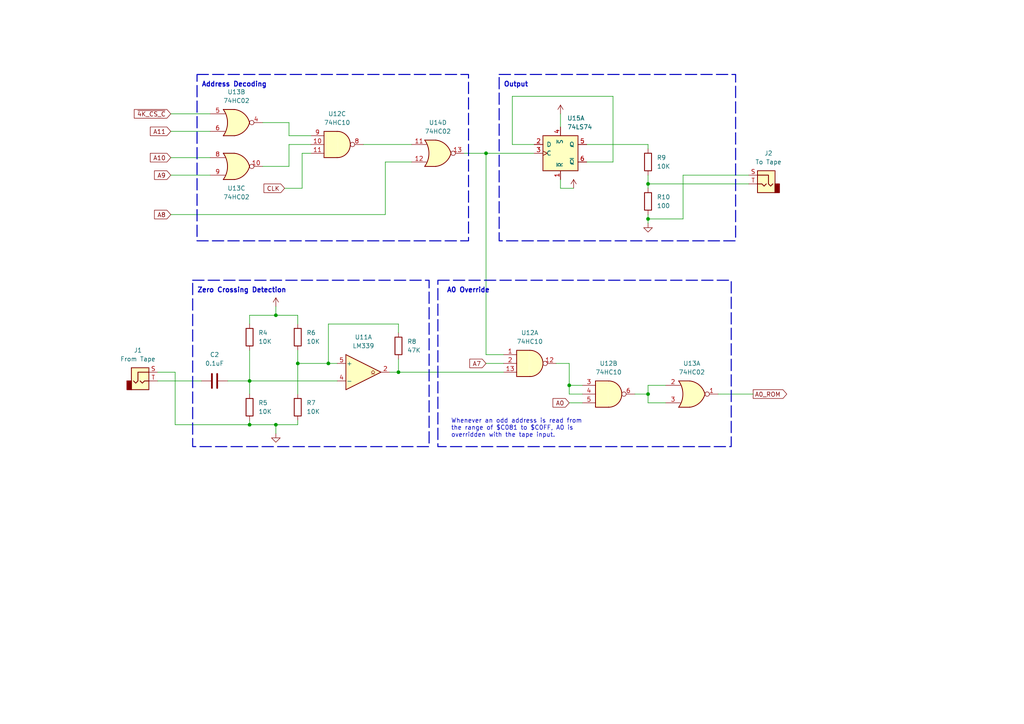
<source format=kicad_sch>
(kicad_sch (version 20230121) (generator eeschema)
  (paper "A4")
  (title_block (title "Apple 1 Cassette Interface"))
  (lib_symbols
    (symbol "74xx:74HC02" (pin_names (offset 1.016))
      (property "Reference" "U" (at 0 1.27 0))
      (property "Value" "74HC02" (at 0 -1.27 0))
      (symbol "74HC02_1_1"
        (arc (start -3.81 -3.81) (mid -2.589 0) (end -3.81 3.81) (stroke (width 0.254)))
        (arc (start -0.6096 -3.81) (mid 2.1842 -2.5851) (end 3.81 0) (stroke (width 0.254)) (fill (type background)))
        (polyline (pts (xy -3.81 -3.81) (xy -0.635 -3.81)) (stroke (width 0.254)) (fill (type background)))
        (polyline (pts (xy -3.81 3.81) (xy -0.635 3.81)) (stroke (width 0.254)) (fill (type background)))
        (polyline (pts (xy -0.635 3.81) (xy -3.81 3.81) (xy -3.81 3.81) (xy -3.556 3.4036) (xy -3.0226 2.2606) (xy -2.6924 1.0414) (xy -2.6162 -0.254) (xy -2.7686 -1.4986) (xy -3.175 -2.7178) (xy -3.81 -3.81) (xy -3.81 -3.81) (xy -0.635 -3.81)) (stroke (width -25.4)) (fill (type background)))
        (arc (start 3.81 0) (mid 2.1915 2.5936) (end -0.6096 3.81) (stroke (width 0.254)) (fill (type background)))
        (pin output inverted (at 7.62 0 180) (length 3.81) (name "~") (number "1"))
        (pin input line (at -7.62 2.54 0) (length 4.318) (name "~") (number "2"))
        (pin input line (at -7.62 -2.54 0) (length 4.318) (name "~") (number "3"))
      )
      (symbol "74HC02_1_2"
        (arc (start 0 -3.81) (mid 3.7934 0) (end 0 3.81) (stroke (width 0.254)) (fill (type background)))
        (polyline (pts (xy 0 3.81) (xy -3.81 3.81) (xy -3.81 -3.81) (xy 0 -3.81)) (stroke (width 0.254)) (fill (type background)))
        (pin output line (at 7.62 0 180) (length 3.81) (name "~") (number "1"))
        (pin input inverted (at -7.62 2.54 0) (length 3.81) (name "~") (number "2"))
        (pin input inverted (at -7.62 -2.54 0) (length 3.81) (name "~") (number "3"))
      )
      (symbol "74HC02_2_1"
        (arc (start -3.81 -3.81) (mid -2.589 0) (end -3.81 3.81) (stroke (width 0.254)))
        (arc (start -0.6096 -3.81) (mid 2.1842 -2.5851) (end 3.81 0) (stroke (width 0.254)) (fill (type background)))
        (polyline (pts (xy -3.81 -3.81) (xy -0.635 -3.81)) (stroke (width 0.254)) (fill (type background)))
        (polyline (pts (xy -3.81 3.81) (xy -0.635 3.81)) (stroke (width 0.254)) (fill (type background)))
        (polyline (pts (xy -0.635 3.81) (xy -3.81 3.81) (xy -3.81 3.81) (xy -3.556 3.4036) (xy -3.0226 2.2606) (xy -2.6924 1.0414) (xy -2.6162 -0.254) (xy -2.7686 -1.4986) (xy -3.175 -2.7178) (xy -3.81 -3.81) (xy -3.81 -3.81) (xy -0.635 -3.81)) (stroke (width -25.4)) (fill (type background)))
        (arc (start 3.81 0) (mid 2.1915 2.5936) (end -0.6096 3.81) (stroke (width 0.254)) (fill (type background)))
        (pin output inverted (at 7.62 0 180) (length 3.81) (name "~") (number "4"))
        (pin input line (at -7.62 2.54 0) (length 4.318) (name "~") (number "5"))
        (pin input line (at -7.62 -2.54 0) (length 4.318) (name "~") (number "6"))
      )
      (symbol "74HC02_2_2"
        (arc (start 0 -3.81) (mid 3.7934 0) (end 0 3.81) (stroke (width 0.254)) (fill (type background)))
        (polyline (pts (xy 0 3.81) (xy -3.81 3.81) (xy -3.81 -3.81) (xy 0 -3.81)) (stroke (width 0.254)) (fill (type background)))
        (pin output line (at 7.62 0 180) (length 3.81) (name "~") (number "4"))
        (pin input inverted (at -7.62 2.54 0) (length 3.81) (name "~") (number "5"))
        (pin input inverted (at -7.62 -2.54 0) (length 3.81) (name "~") (number "6"))
      )
      (symbol "74HC02_3_1"
        (arc (start -3.81 -3.81) (mid -2.589 0) (end -3.81 3.81) (stroke (width 0.254)))
        (arc (start -0.6096 -3.81) (mid 2.1842 -2.5851) (end 3.81 0) (stroke (width 0.254)) (fill (type background)))
        (polyline (pts (xy -3.81 -3.81) (xy -0.635 -3.81)) (stroke (width 0.254)) (fill (type background)))
        (polyline (pts (xy -3.81 3.81) (xy -0.635 3.81)) (stroke (width 0.254)) (fill (type background)))
        (polyline (pts (xy -0.635 3.81) (xy -3.81 3.81) (xy -3.81 3.81) (xy -3.556 3.4036) (xy -3.0226 2.2606) (xy -2.6924 1.0414) (xy -2.6162 -0.254) (xy -2.7686 -1.4986) (xy -3.175 -2.7178) (xy -3.81 -3.81) (xy -3.81 -3.81) (xy -0.635 -3.81)) (stroke (width -25.4)) (fill (type background)))
        (arc (start 3.81 0) (mid 2.1915 2.5936) (end -0.6096 3.81) (stroke (width 0.254)) (fill (type background)))
        (pin output inverted (at 7.62 0 180) (length 3.81) (name "~") (number "10"))
        (pin input line (at -7.62 2.54 0) (length 4.318) (name "~") (number "8"))
        (pin input line (at -7.62 -2.54 0) (length 4.318) (name "~") (number "9"))
      )
      (symbol "74HC02_3_2"
        (arc (start 0 -3.81) (mid 3.7934 0) (end 0 3.81) (stroke (width 0.254)) (fill (type background)))
        (polyline (pts (xy 0 3.81) (xy -3.81 3.81) (xy -3.81 -3.81) (xy 0 -3.81)) (stroke (width 0.254)) (fill (type background)))
        (pin output line (at 7.62 0 180) (length 3.81) (name "~") (number "10"))
        (pin input inverted (at -7.62 2.54 0) (length 3.81) (name "~") (number "8"))
        (pin input inverted (at -7.62 -2.54 0) (length 3.81) (name "~") (number "9"))
      )
      (symbol "74HC02_4_1"
        (arc (start -3.81 -3.81) (mid -2.589 0) (end -3.81 3.81) (stroke (width 0.254)))
        (arc (start -0.6096 -3.81) (mid 2.1842 -2.5851) (end 3.81 0) (stroke (width 0.254)) (fill (type background)))
        (polyline (pts (xy -3.81 -3.81) (xy -0.635 -3.81)) (stroke (width 0.254)) (fill (type background)))
        (polyline (pts (xy -3.81 3.81) (xy -0.635 3.81)) (stroke (width 0.254)) (fill (type background)))
        (polyline (pts (xy -0.635 3.81) (xy -3.81 3.81) (xy -3.81 3.81) (xy -3.556 3.4036) (xy -3.0226 2.2606) (xy -2.6924 1.0414) (xy -2.6162 -0.254) (xy -2.7686 -1.4986) (xy -3.175 -2.7178) (xy -3.81 -3.81) (xy -3.81 -3.81) (xy -0.635 -3.81)) (stroke (width -25.4)) (fill (type background)))
        (arc (start 3.81 0) (mid 2.1915 2.5936) (end -0.6096 3.81) (stroke (width 0.254)) (fill (type background)))
        (pin input line (at -7.62 2.54 0) (length 4.318) (name "~") (number "11"))
        (pin input line (at -7.62 -2.54 0) (length 4.318) (name "~") (number "12"))
        (pin output inverted (at 7.62 0 180) (length 3.81) (name "~") (number "13"))
      )
      (symbol "74HC02_4_2"
        (arc (start 0 -3.81) (mid 3.7934 0) (end 0 3.81) (stroke (width 0.254)) (fill (type background)))
        (polyline (pts (xy 0 3.81) (xy -3.81 3.81) (xy -3.81 -3.81) (xy 0 -3.81)) (stroke (width 0.254)) (fill (type background)))
        (pin input inverted (at -7.62 2.54 0) (length 3.81) (name "~") (number "11"))
        (pin input inverted (at -7.62 -2.54 0) (length 3.81) (name "~") (number "12"))
        (pin output line (at 7.62 0 180) (length 3.81) (name "~") (number "13"))
      )
      (symbol "74HC02_5_0"
        (pin power_in line (at 0 12.7 270) (length 5.08) (name "VCC") (number "14"))
        (pin power_in line (at 0 -12.7 90) (length 5.08) (name "GND") (number "7"))
      )
      (symbol "74HC02_5_1"
        (rectangle (start -5.08 7.62) (end 5.08 -7.62) (stroke (width 0.254)) (fill (type background)))
      )
    )
    (symbol "74xx:74LS10" (pin_names (offset 1.016))
      (property "Reference" "U" (at 0 1.27 0))
      (property "Value" "74LS10" (at 0 -1.27 0))
      (symbol "74LS10_1_1"
        (arc (start 0 -3.81) (mid 3.7934 0) (end 0 3.81) (stroke (width 0.254)) (fill (type background)))
        (polyline (pts (xy 0 3.81) (xy -3.81 3.81) (xy -3.81 -3.81) (xy 0 -3.81)) (stroke (width 0.254)) (fill (type background)))
        (pin input line (at -7.62 2.54 0) (length 3.81) (name "~") (number "1"))
        (pin output inverted (at 7.62 0 180) (length 3.81) (name "~") (number "12"))
        (pin input line (at -7.62 -2.54 0) (length 3.81) (name "~") (number "13"))
        (pin input line (at -7.62 0 0) (length 3.81) (name "~") (number "2"))
      )
      (symbol "74LS10_1_2"
        (arc (start -3.81 -3.81) (mid -2.589 0) (end -3.81 3.81) (stroke (width 0.254)))
        (arc (start -0.6096 -3.81) (mid 2.1842 -2.5851) (end 3.81 0) (stroke (width 0.254)) (fill (type background)))
        (polyline (pts (xy -3.81 -3.81) (xy -0.635 -3.81)) (stroke (width 0.254)) (fill (type background)))
        (polyline (pts (xy -3.81 3.81) (xy -0.635 3.81)) (stroke (width 0.254)) (fill (type background)))
        (polyline (pts (xy -0.635 3.81) (xy -3.81 3.81) (xy -3.81 3.81) (xy -3.556 3.4036) (xy -3.0226 2.2606) (xy -2.6924 1.0414) (xy -2.6162 -0.254) (xy -2.7686 -1.4986) (xy -3.175 -2.7178) (xy -3.81 -3.81) (xy -3.81 -3.81) (xy -0.635 -3.81)) (stroke (width -25.4)) (fill (type background)))
        (arc (start 3.81 0) (mid 2.1915 2.5936) (end -0.6096 3.81) (stroke (width 0.254)) (fill (type background)))
        (pin input inverted (at -7.62 2.54 0) (length 4.318) (name "~") (number "1"))
        (pin output line (at 7.62 0 180) (length 3.81) (name "~") (number "12"))
        (pin input inverted (at -7.62 -2.54 0) (length 4.318) (name "~") (number "13"))
        (pin input inverted (at -7.62 0 0) (length 4.953) (name "~") (number "2"))
      )
      (symbol "74LS10_2_1"
        (arc (start 0 -3.81) (mid 3.7934 0) (end 0 3.81) (stroke (width 0.254)) (fill (type background)))
        (polyline (pts (xy 0 3.81) (xy -3.81 3.81) (xy -3.81 -3.81) (xy 0 -3.81)) (stroke (width 0.254)) (fill (type background)))
        (pin input line (at -7.62 2.54 0) (length 3.81) (name "~") (number "3"))
        (pin input line (at -7.62 0 0) (length 3.81) (name "~") (number "4"))
        (pin input line (at -7.62 -2.54 0) (length 3.81) (name "~") (number "5"))
        (pin output inverted (at 7.62 0 180) (length 3.81) (name "~") (number "6"))
      )
      (symbol "74LS10_2_2"
        (arc (start -3.81 -3.81) (mid -2.589 0) (end -3.81 3.81) (stroke (width 0.254)))
        (arc (start -0.6096 -3.81) (mid 2.1842 -2.5851) (end 3.81 0) (stroke (width 0.254)) (fill (type background)))
        (polyline (pts (xy -3.81 -3.81) (xy -0.635 -3.81)) (stroke (width 0.254)) (fill (type background)))
        (polyline (pts (xy -3.81 3.81) (xy -0.635 3.81)) (stroke (width 0.254)) (fill (type background)))
        (polyline (pts (xy -0.635 3.81) (xy -3.81 3.81) (xy -3.81 3.81) (xy -3.556 3.4036) (xy -3.0226 2.2606) (xy -2.6924 1.0414) (xy -2.6162 -0.254) (xy -2.7686 -1.4986) (xy -3.175 -2.7178) (xy -3.81 -3.81) (xy -3.81 -3.81) (xy -0.635 -3.81)) (stroke (width -25.4)) (fill (type background)))
        (arc (start 3.81 0) (mid 2.1915 2.5936) (end -0.6096 3.81) (stroke (width 0.254)) (fill (type background)))
        (pin input inverted (at -7.62 2.54 0) (length 4.318) (name "~") (number "3"))
        (pin input inverted (at -7.62 0 0) (length 4.953) (name "~") (number "4"))
        (pin input inverted (at -7.62 -2.54 0) (length 4.318) (name "~") (number "5"))
        (pin output line (at 7.62 0 180) (length 3.81) (name "~") (number "6"))
      )
      (symbol "74LS10_3_1"
        (arc (start 0 -3.81) (mid 3.7934 0) (end 0 3.81) (stroke (width 0.254)) (fill (type background)))
        (polyline (pts (xy 0 3.81) (xy -3.81 3.81) (xy -3.81 -3.81) (xy 0 -3.81)) (stroke (width 0.254)) (fill (type background)))
        (pin input line (at -7.62 0 0) (length 3.81) (name "~") (number "10"))
        (pin input line (at -7.62 -2.54 0) (length 3.81) (name "~") (number "11"))
        (pin output inverted (at 7.62 0 180) (length 3.81) (name "~") (number "8"))
        (pin input line (at -7.62 2.54 0) (length 3.81) (name "~") (number "9"))
      )
      (symbol "74LS10_3_2"
        (arc (start -3.81 -3.81) (mid -2.589 0) (end -3.81 3.81) (stroke (width 0.254)))
        (arc (start -0.6096 -3.81) (mid 2.1842 -2.5851) (end 3.81 0) (stroke (width 0.254)) (fill (type background)))
        (polyline (pts (xy -3.81 -3.81) (xy -0.635 -3.81)) (stroke (width 0.254)) (fill (type background)))
        (polyline (pts (xy -3.81 3.81) (xy -0.635 3.81)) (stroke (width 0.254)) (fill (type background)))
        (polyline (pts (xy -0.635 3.81) (xy -3.81 3.81) (xy -3.81 3.81) (xy -3.556 3.4036) (xy -3.0226 2.2606) (xy -2.6924 1.0414) (xy -2.6162 -0.254) (xy -2.7686 -1.4986) (xy -3.175 -2.7178) (xy -3.81 -3.81) (xy -3.81 -3.81) (xy -0.635 -3.81)) (stroke (width -25.4)) (fill (type background)))
        (arc (start 3.81 0) (mid 2.1915 2.5936) (end -0.6096 3.81) (stroke (width 0.254)) (fill (type background)))
        (pin input inverted (at -7.62 0 0) (length 4.953) (name "~") (number "10"))
        (pin input inverted (at -7.62 -2.54 0) (length 4.318) (name "~") (number "11"))
        (pin output line (at 7.62 0 180) (length 3.81) (name "~") (number "8"))
        (pin input inverted (at -7.62 2.54 0) (length 4.318) (name "~") (number "9"))
      )
      (symbol "74LS10_4_0"
        (pin power_in line (at 0 12.7 270) (length 5.08) (name "VCC") (number "14"))
        (pin power_in line (at 0 -12.7 90) (length 5.08) (name "GND") (number "7"))
      )
      (symbol "74LS10_4_1"
        (rectangle (start -5.08 7.62) (end 5.08 -7.62) (stroke (width 0.254)) (fill (type background)))
      )
    )
    (symbol "74xx:74LS74" (pin_names (offset 1.016))
      (property "Reference" "U" (at -7.62 8.89 0))
      (property "Value" "74LS74" (at -7.62 -8.89 0))
      (symbol "74LS74_1_0"
        (pin input line (at 0 -7.62 90) (length 2.54) (name "~{R}") (number "1"))
        (pin input line (at -7.62 2.54 0) (length 2.54) (name "D") (number "2"))
        (pin input clock (at -7.62 0 0) (length 2.54) (name "C") (number "3"))
        (pin input line (at 0 7.62 270) (length 2.54) (name "~{S}") (number "4"))
        (pin output line (at 7.62 2.54 180) (length 2.54) (name "Q") (number "5"))
        (pin output line (at 7.62 -2.54 180) (length 2.54) (name "~{Q}") (number "6"))
      )
      (symbol "74LS74_1_1"
        (rectangle (start -5.08 5.08) (end 5.08 -5.08) (stroke (width 0.254)) (fill (type background)))
      )
      (symbol "74LS74_2_0"
        (pin input line (at 0 7.62 270) (length 2.54) (name "~{S}") (number "10"))
        (pin input clock (at -7.62 0 0) (length 2.54) (name "C") (number "11"))
        (pin input line (at -7.62 2.54 0) (length 2.54) (name "D") (number "12"))
        (pin input line (at 0 -7.62 90) (length 2.54) (name "~{R}") (number "13"))
        (pin output line (at 7.62 -2.54 180) (length 2.54) (name "~{Q}") (number "8"))
        (pin output line (at 7.62 2.54 180) (length 2.54) (name "Q") (number "9"))
      )
      (symbol "74LS74_2_1"
        (rectangle (start -5.08 5.08) (end 5.08 -5.08) (stroke (width 0.254)) (fill (type background)))
      )
      (symbol "74LS74_3_0"
        (pin power_in line (at 0 10.16 270) (length 2.54) (name "VCC") (number "14"))
        (pin power_in line (at 0 -10.16 90) (length 2.54) (name "GND") (number "7"))
      )
      (symbol "74LS74_3_1"
        (rectangle (start -5.08 7.62) (end 5.08 -7.62) (stroke (width 0.254)) (fill (type background)))
      )
    )
    (symbol "Comparator:LM339" (pin_names (offset 0.127))
      (property "Reference" "U" (at 0 5.08 0))
      (property "Value" "LM339" (at 0 -5.08 0))
      (symbol "LM339_1_1"
        (polyline (pts (xy -5.08 5.08) (xy 5.08 0) (xy -5.08 -5.08) (xy -5.08 5.08)) (stroke (width 0.254)) (fill (type background)))
        (polyline (pts (xy 3.302 -0.508) (xy 2.794 -0.508) (xy 3.302 0) (xy 2.794 0.508) (xy 2.286 0) (xy 2.794 -0.508) (xy 2.286 -0.508)) (stroke (width 0.127)))
        (pin open_collector line (at 7.62 0 180) (length 2.54) (name "~") (number "2"))
        (pin input line (at -7.62 -2.54 0) (length 2.54) (name "-") (number "4"))
        (pin input line (at -7.62 2.54 0) (length 2.54) (name "+") (number "5"))
      )
      (symbol "LM339_2_1"
        (polyline (pts (xy -5.08 5.08) (xy 5.08 0) (xy -5.08 -5.08) (xy -5.08 5.08)) (stroke (width 0.254)) (fill (type background)))
        (polyline (pts (xy 3.302 -0.508) (xy 2.794 -0.508) (xy 3.302 0) (xy 2.794 0.508) (xy 2.286 0) (xy 2.794 -0.508) (xy 2.286 -0.508)) (stroke (width 0.127)))
        (pin open_collector line (at 7.62 0 180) (length 2.54) (name "~") (number "1"))
        (pin input line (at -7.62 -2.54 0) (length 2.54) (name "-") (number "6"))
        (pin input line (at -7.62 2.54 0) (length 2.54) (name "+") (number "7"))
      )
      (symbol "LM339_3_1"
        (polyline (pts (xy -5.08 5.08) (xy 5.08 0) (xy -5.08 -5.08) (xy -5.08 5.08)) (stroke (width 0.254)) (fill (type background)))
        (polyline (pts (xy 3.302 -0.508) (xy 2.794 -0.508) (xy 3.302 0) (xy 2.794 0.508) (xy 2.286 0) (xy 2.794 -0.508) (xy 2.286 -0.508)) (stroke (width 0.127)))
        (pin input line (at -7.62 -2.54 0) (length 2.54) (name "-") (number "10"))
        (pin input line (at -7.62 2.54 0) (length 2.54) (name "+") (number "11"))
        (pin open_collector line (at 7.62 0 180) (length 2.54) (name "~") (number "13"))
      )
      (symbol "LM339_4_1"
        (polyline (pts (xy -5.08 5.08) (xy 5.08 0) (xy -5.08 -5.08) (xy -5.08 5.08)) (stroke (width 0.254)) (fill (type background)))
        (polyline (pts (xy 3.302 -0.508) (xy 2.794 -0.508) (xy 3.302 0) (xy 2.794 0.508) (xy 2.286 0) (xy 2.794 -0.508) (xy 2.286 -0.508)) (stroke (width 0.127)))
        (pin open_collector line (at 7.62 0 180) (length 2.54) (name "~") (number "14"))
        (pin input line (at -7.62 -2.54 0) (length 2.54) (name "-") (number "8"))
        (pin input line (at -7.62 2.54 0) (length 2.54) (name "+") (number "9"))
      )
      (symbol "LM339_5_1"
        (pin power_in line (at -2.54 -7.62 90) (length 3.81) (name "V-") (number "12"))
        (pin power_in line (at -2.54 7.62 270) (length 3.81) (name "V+") (number "3"))
      )
    )
    (symbol "Connector_Audio:AudioJack2"
      (property "Reference" "J" (at 0 8.89 0))
      (property "Value" "AudioJack2" (at 0 6.35 0))
      (symbol "AudioJack2_0_1"
        (rectangle (start -3.81 0) (end -2.54 -2.54) (stroke (width 0.254)) (fill (type outline)))
        (rectangle (start -2.54 3.81) (end 2.54 -2.54) (stroke (width 0.254)) (fill (type background)))
        (polyline (pts (xy 0 0) (xy 0.635 -0.635) (xy 1.27 0) (xy 2.54 0)) (stroke (width 0.254)))
        (polyline (pts (xy 2.54 2.54) (xy -0.635 2.54) (xy -0.635 0) (xy -1.27 -0.635) (xy -1.905 0)) (stroke (width 0.254)))
      )
      (symbol "AudioJack2_1_1"
        (pin passive line (at 5.08 2.54 180) (length 2.54) (name "~") (number "S"))
        (pin passive line (at 5.08 0 180) (length 2.54) (name "~") (number "T"))
      )
    )
    (symbol "Device:C" (pin_numbers hide) (pin_names (offset 0.254))
      (property "Reference" "C" (at 0.635 2.54 0))
      (property "Value" "C" (at 0.635 -2.54 0))
      (symbol "C_0_1"
        (polyline (pts (xy -2.032 -0.762) (xy 2.032 -0.762)) (stroke (width 0.508)))
        (polyline (pts (xy -2.032 0.762) (xy 2.032 0.762)) (stroke (width 0.508)))
      )
      (symbol "C_1_1"
        (pin passive line (at 0 3.81 270) (length 2.794) (name "~") (number "1"))
        (pin passive line (at 0 -3.81 90) (length 2.794) (name "~") (number "2"))
      )
    )
    (symbol "Device:R" (pin_numbers hide) (pin_names (offset 0))
      (property "Reference" "R" (at 2.032 0 90))
      (property "Value" "R" (at 0 0 90))
      (symbol "R_0_1"
        (rectangle (start -1.016 -2.54) (end 1.016 2.54) (stroke (width 0.254)))
      )
      (symbol "R_1_1"
        (pin passive line (at 0 3.81 270) (length 1.27) (name "~") (number "1"))
        (pin passive line (at 0 -3.81 90) (length 1.27) (name "~") (number "2"))
      )
    )
    (symbol "power:GND" (power) (pin_names (offset 0))
      (property "Value" "GND" (at 0 -3.81 0))
      (symbol "GND_0_1"
        (polyline (pts (xy 0 0) (xy 0 -1.27) (xy 1.27 -1.27) (xy 0 -2.54) (xy -1.27 -1.27) (xy 0 -1.27)))
      )
      (symbol "GND_1_1"
        (pin power_in line (at 0 0 270) (length 0) hide (name "GND") (number "1"))
      )
    )
    (symbol "power:VCC" (power) (pin_names (offset 0))
      (property "Value" "VCC" (at 0 3.81 0))
      (symbol "VCC_0_1"
        (polyline (pts (xy -0.762 1.27) (xy 0 2.54)))
        (polyline (pts (xy 0 0) (xy 0 2.54)))
        (polyline (pts (xy 0 2.54) (xy 0.762 1.27)))
      )
      (symbol "VCC_1_1"
        (pin power_in line (at 0 0 90) (length 0) hide (name "VCC") (number "1"))
      )
    )
  )
  (junction (at 80.01 91.44))
  (junction (at 165.1 111.76))
  (junction (at 187.96 114.3))
  (junction (at 86.36 105.41))
  (junction (at 187.96 53.34))
  (junction (at 72.39 123.19))
  (junction (at 140.97 44.45))
  (junction (at 187.96 63.5))
  (junction (at 95.25 105.41))
  (junction (at 115.57 107.95))
  (junction (at 80.01 123.19))
  (junction (at 72.39 110.49))
  (wire (pts (xy 187.96 111.76) (xy 193.04 111.76)))
  (wire (pts (xy 193.04 116.84) (xy 187.96 116.84)))
  (wire (pts (xy 187.96 63.5) (xy 187.96 64.77)))
  (wire (pts (xy 165.1 116.84) (xy 168.91 116.84)))
  (wire (pts (xy 80.01 123.19) (xy 80.01 125.73)))
  (wire (pts (xy 86.36 121.92) (xy 86.36 123.19)))
  (wire (pts (xy 162.56 52.07) (xy 162.56 54.61)))
  (wire (pts (xy 50.8 107.95) (xy 50.8 123.19)))
  (wire (pts (xy 187.96 50.8) (xy 187.96 53.34)))
  (wire (pts (xy 86.36 93.98) (xy 86.36 91.44)))
  (wire (pts (xy 165.1 105.41) (xy 165.1 111.76)))
  (wire (pts (xy 187.96 41.91) (xy 187.96 43.18)))
  (wire (pts (xy 187.96 62.23) (xy 187.96 63.5)))
  (wire (pts (xy 86.36 105.41) (xy 95.25 105.41)))
  (wire (pts (xy 161.29 105.41) (xy 165.1 105.41)))
  (wire (pts (xy 162.56 54.61) (xy 166.37 54.61)))
  (wire (pts (xy 168.91 114.3) (xy 165.1 114.3)))
  (wire (pts (xy 111.76 46.99) (xy 119.38 46.99)))
  (wire (pts (xy 50.8 123.19) (xy 72.39 123.19)))
  (wire (pts (xy 95.25 105.41) (xy 97.79 105.41)))
  (wire (pts (xy 105.41 41.91) (xy 119.38 41.91)))
  (wire (pts (xy 87.63 54.61) (xy 87.63 44.45)))
  (wire (pts (xy 49.53 50.8) (xy 60.96 50.8)))
  (wire (pts (xy 165.1 111.76) (xy 168.91 111.76)))
  (wire (pts (xy 83.82 39.37) (xy 90.17 39.37)))
  (wire (pts (xy 148.59 41.91) (xy 154.94 41.91)))
  (wire (pts (xy 113.03 107.95) (xy 115.57 107.95)))
  (wire (pts (xy 115.57 93.98) (xy 95.25 93.98)))
  (wire (pts (xy 49.53 33.02) (xy 60.96 33.02)))
  (wire (pts (xy 72.39 123.19) (xy 80.01 123.19)))
  (wire (pts (xy 177.8 27.94) (xy 148.59 27.94)))
  (wire (pts (xy 198.12 50.8) (xy 198.12 63.5)))
  (wire (pts (xy 72.39 101.6) (xy 72.39 110.49)))
  (wire (pts (xy 187.96 53.34) (xy 217.17 53.34)))
  (wire (pts (xy 49.53 38.1) (xy 60.96 38.1)))
  (wire (pts (xy 208.28 114.3) (xy 218.44 114.3)))
  (wire (pts (xy 72.39 91.44) (xy 80.01 91.44)))
  (wire (pts (xy 187.96 116.84) (xy 187.96 114.3)))
  (wire (pts (xy 45.72 110.49) (xy 58.42 110.49)))
  (wire (pts (xy 140.97 44.45) (xy 154.94 44.45)))
  (wire (pts (xy 76.2 48.26) (xy 83.82 48.26)))
  (wire (pts (xy 187.96 53.34) (xy 187.96 54.61)))
  (wire (pts (xy 76.2 35.56) (xy 83.82 35.56)))
  (wire (pts (xy 162.56 33.02) (xy 162.56 36.83)))
  (wire (pts (xy 72.39 93.98) (xy 72.39 91.44)))
  (wire (pts (xy 170.18 41.91) (xy 187.96 41.91)))
  (wire (pts (xy 187.96 114.3) (xy 187.96 111.76)))
  (wire (pts (xy 115.57 107.95) (xy 146.05 107.95)))
  (wire (pts (xy 72.39 110.49) (xy 72.39 114.3)))
  (wire (pts (xy 83.82 35.56) (xy 83.82 39.37)))
  (wire (pts (xy 95.25 93.98) (xy 95.25 105.41)))
  (wire (pts (xy 80.01 91.44) (xy 80.01 88.9)))
  (wire (pts (xy 83.82 41.91) (xy 90.17 41.91)))
  (wire (pts (xy 45.72 107.95) (xy 50.8 107.95)))
  (wire (pts (xy 187.96 63.5) (xy 198.12 63.5)))
  (wire (pts (xy 86.36 105.41) (xy 86.36 114.3)))
  (wire (pts (xy 140.97 102.87) (xy 146.05 102.87)))
  (wire (pts (xy 165.1 111.76) (xy 165.1 114.3)))
  (wire (pts (xy 177.8 46.99) (xy 177.8 27.94)))
  (wire (pts (xy 86.36 91.44) (xy 80.01 91.44)))
  (wire (pts (xy 140.97 105.41) (xy 146.05 105.41)))
  (wire (pts (xy 115.57 107.95) (xy 115.57 104.14)))
  (wire (pts (xy 66.04 110.49) (xy 72.39 110.49)))
  (wire (pts (xy 86.36 123.19) (xy 80.01 123.19)))
  (wire (pts (xy 49.53 62.23) (xy 111.76 62.23)))
  (wire (pts (xy 49.53 45.72) (xy 60.96 45.72)))
  (wire (pts (xy 72.39 110.49) (xy 97.79 110.49)))
  (wire (pts (xy 87.63 44.45) (xy 90.17 44.45)))
  (wire (pts (xy 83.82 48.26) (xy 83.82 41.91)))
  (wire (pts (xy 170.18 46.99) (xy 177.8 46.99)))
  (wire (pts (xy 72.39 121.92) (xy 72.39 123.19)))
  (wire (pts (xy 111.76 62.23) (xy 111.76 46.99)))
  (wire (pts (xy 140.97 44.45) (xy 140.97 102.87)))
  (wire (pts (xy 82.55 54.61) (xy 87.63 54.61)))
  (wire (pts (xy 134.62 44.45) (xy 140.97 44.45)))
  (wire (pts (xy 148.59 27.94) (xy 148.59 41.91)))
  (wire (pts (xy 86.36 101.6) (xy 86.36 105.41)))
  (wire (pts (xy 217.17 50.8) (xy 198.12 50.8)))
  (wire (pts (xy 115.57 96.52) (xy 115.57 93.98)))
  (wire (pts (xy 184.15 114.3) (xy 187.96 114.3)))
  (rectangle (start 57.15 21.59) (end 135.89 69.85) (stroke (width 0.3) (type dash)))
  (rectangle (start 55.88 81.28) (end 124.46 129.54) (stroke (width 0.3) (type dash)))
  (rectangle (start 144.78 21.59) (end 213.36 69.85) (stroke (width 0.3) (type dash)))
  (rectangle (start 127 81.28) (end 212.09 129.54) (stroke (width 0.3) (type dash)))
  (text "A0 Override" (at 129.54 85.09 0) (effects (font (size 1.4 1.4) (thickness 0.28) bold) (justify left bottom)))
  (text "Whenever an odd address is read from \nthe range of $C081 to $C0FF, A0 is \noverridden with the tape input." (at 130.81 127 0) (effects (font (size 1.27 1.27)) (justify left bottom)))
  (text "Zero Crossing Detection" (at 57.15 85.09 0) (effects (font (size 1.4 1.4) (thickness 0.28) bold) (justify left bottom)))
  (text "Address Decoding" (at 58.42 25.4 0) (effects (font (size 1.4 1.4) (thickness 0.28) bold) (justify left bottom)))
  (text "Output" (at 146.05 25.4 0) (effects (font (size 1.4 1.4) (thickness 0.28) bold) (justify left bottom)))
  (global_label "A10" (shape input) (at 49.53 45.72 180) (property "Intersheetrefs" "${INTERSHEET_REFS}" (effects hide)))
  (global_label "A11" (shape input) (at 49.53 38.1 180) (property "Intersheetrefs" "${INTERSHEET_REFS}" (effects hide)))
  (global_label "~{4K_CS_C}" (shape input) (at 49.53 33.02 180) (property "Intersheetrefs" "${INTERSHEET_REFS}" (effects hide)))
  (global_label "A7" (shape input) (at 140.97 105.41 180) (property "Intersheetrefs" "${INTERSHEET_REFS}" (effects hide)))
  (global_label "A0_ROM" (shape output) (at 218.44 114.3 0) (property "Intersheetrefs" "${INTERSHEET_REFS}" (effects hide)))
  (global_label "CLK" (shape input) (at 82.55 54.61 180) (property "Intersheetrefs" "${INTERSHEET_REFS}" (effects hide)))
  (global_label "A0" (shape input) (at 165.1 116.84 180) (property "Intersheetrefs" "${INTERSHEET_REFS}" (effects hide)))
  (global_label "A8" (shape input) (at 49.53 62.23 180) (property "Intersheetrefs" "${INTERSHEET_REFS}" (effects hide)))
  (global_label "A9" (shape input) (at 49.53 50.8 180) (property "Intersheetrefs" "${INTERSHEET_REFS}" (effects hide)))
  (symbol (lib_id "Connector_Audio:AudioJack2") (at 222.25 53.34 0) (mirror y) (unit 1)
    (property "Reference" "J2" (at 222.885 44.45 0))
    (property "Value" "To Tape" (at 222.885 46.99 0))
  )
  (symbol (lib_id "74xx:74HC02") (at 68.58 48.26 0) (unit 3)
    (property "Reference" "U13" (at 68.58 54.61 0))
    (property "Value" "74HC02" (at 68.58 57.15 0))
    (property "Datasheet" "http://www.ti.com/lit/gpn/sn74hc02" (effects hide))
  )
  (symbol (lib_id "Device:R") (at 187.96 58.42 0) (unit 1)
    (property "Reference" "R10" (at 190.5 57.15 0) (effects (justify left)))
    (property "Value" "100" (at 190.5 59.69 0) (effects (justify left)))
  )
  (symbol (lib_id "74xx:74LS10") (at 176.53 114.3 0) (unit 2)
    (property "Reference" "U12" (at 176.5217 105.41 0))
    (property "Value" "74HC10" (at 176.5217 107.95 0))
    (property "Datasheet" "http://www.ti.com/lit/gpn/sn74LS10" (effects hide))
  )
  (symbol (lib_id "74xx:74LS10") (at 97.79 41.91 0) (unit 3)
    (property "Reference" "U12" (at 97.7817 33.02 0))
    (property "Value" "74HC10" (at 97.7817 35.56 0))
    (property "Datasheet" "http://www.ti.com/lit/gpn/sn74LS10" (effects hide))
  )
  (symbol (lib_id "74xx:74HC02") (at 68.58 35.56 0) (unit 2)
    (property "Reference" "U13" (at 68.58 26.67 0))
    (property "Value" "74HC02" (at 68.58 29.21 0))
    (property "Datasheet" "http://www.ti.com/lit/gpn/sn74hc02" (effects hide))
  )
  (symbol (lib_id "Device:R") (at 72.39 97.79 0) (unit 1)
    (property "Reference" "R4" (at 74.93 96.52 0) (effects (justify left)))
    (property "Value" "10K" (at 74.93 99.06 0) (effects (justify left)))
  )
  (symbol (lib_id "Device:R") (at 187.96 46.99 0) (unit 1)
    (property "Reference" "R9" (at 190.5 45.72 0) (effects (justify left)))
    (property "Value" "10K" (at 190.5 48.26 0) (effects (justify left)))
  )
  (symbol (lib_id "Connector_Audio:AudioJack2") (at 40.64 110.49 0) (unit 1)
    (property "Reference" "J1" (at 40.005 101.6 0))
    (property "Value" "From Tape" (at 40.005 104.14 0))
  )
  (symbol (lib_id "74xx:74LS74") (at 162.56 44.45 0) (unit 1)
    (property "Reference" "U15" (at 164.5159 34.29 0) (effects (justify left)))
    (property "Value" "74LS74" (at 164.5159 36.83 0) (effects (justify left)))
    (property "Datasheet" "74xx/74hc_hct74.pdf" (effects hide))
  )
  (symbol (lib_id "power:VCC") (at 80.01 88.9 0) (unit 1)
    (property "Reference" "#PWR018" (effects hide))
    (property "Value" "VCC" (effects hide))
  )
  (symbol (lib_id "power:VCC") (at 162.56 33.02 0) (unit 1)
    (property "Reference" "#PWR020" (effects hide))
    (property "Value" "VCC" (effects hide))
  )
  (symbol (lib_id "Device:R") (at 86.36 97.79 0) (unit 1)
    (property "Reference" "R6" (at 88.9 96.52 0) (effects (justify left)))
    (property "Value" "10K" (at 88.9 99.06 0) (effects (justify left)))
  )
  (symbol (lib_id "74xx:74HC02") (at 200.66 114.3 0) (unit 1)
    (property "Reference" "U13" (at 200.66 105.41 0))
    (property "Value" "74HC02" (at 200.66 107.95 0))
    (property "Datasheet" "http://www.ti.com/lit/gpn/sn74hc02" (effects hide))
  )
  (symbol (lib_id "power:VCC") (at 166.37 54.61 0) (unit 1)
    (property "Reference" "#PWR021" (effects hide))
    (property "Value" "VCC" (effects hide))
  )
  (symbol (lib_id "Device:C") (at 62.23 110.49 90) (unit 1)
    (property "Reference" "C2" (at 62.23 102.87 90))
    (property "Value" "0.1uF" (at 62.23 105.41 90))
  )
  (symbol (lib_id "Comparator:LM339") (at 105.41 107.95 0) (unit 1)
    (property "Reference" "U11" (at 105.41 97.79 0))
    (property "Value" "LM339" (at 105.41 100.33 0))
    (property "Datasheet" "https://www.st.com/resource/en/datasheet/lm139.pdf" (effects hide))
  )
  (symbol (lib_id "power:GND") (at 80.01 125.73 0) (unit 1)
    (property "Reference" "#PWR019" (effects hide))
    (property "Value" "GND" (effects hide))
  )
  (symbol (lib_id "power:GND") (at 187.96 64.77 0) (unit 1)
    (property "Reference" "#PWR022" (effects hide))
    (property "Value" "GND" (effects hide))
  )
  (symbol (lib_id "Device:R") (at 86.36 118.11 0) (unit 1)
    (property "Reference" "R7" (at 88.9 116.84 0) (effects (justify left)))
    (property "Value" "10K" (at 88.9 119.38 0) (effects (justify left)))
  )
  (symbol (lib_id "74xx:74HC02") (at 127 44.45 0) (unit 4)
    (property "Reference" "U14" (at 127 35.56 0))
    (property "Value" "74HC02" (at 127 38.1 0))
    (property "Datasheet" "http://www.ti.com/lit/gpn/sn74hc02" (effects hide))
  )
  (symbol (lib_id "Device:R") (at 115.57 100.33 0) (unit 1)
    (property "Reference" "R8" (at 118.11 99.06 0) (effects (justify left)))
    (property "Value" "47K" (at 118.11 101.6 0) (effects (justify left)))
  )
  (symbol (lib_id "74xx:74LS10") (at 153.67 105.41 0) (unit 1)
    (property "Reference" "U12" (at 153.6617 96.52 0))
    (property "Value" "74HC10" (at 153.6617 99.06 0))
    (property "Datasheet" "http://www.ti.com/lit/gpn/sn74LS10" (effects hide))
  )
  (symbol (lib_id "Device:R") (at 72.39 118.11 0) (unit 1)
    (property "Reference" "R5" (at 74.93 116.84 0) (effects (justify left)))
    (property "Value" "10K" (at 74.93 119.38 0) (effects (justify left)))
  )
)
</source>
